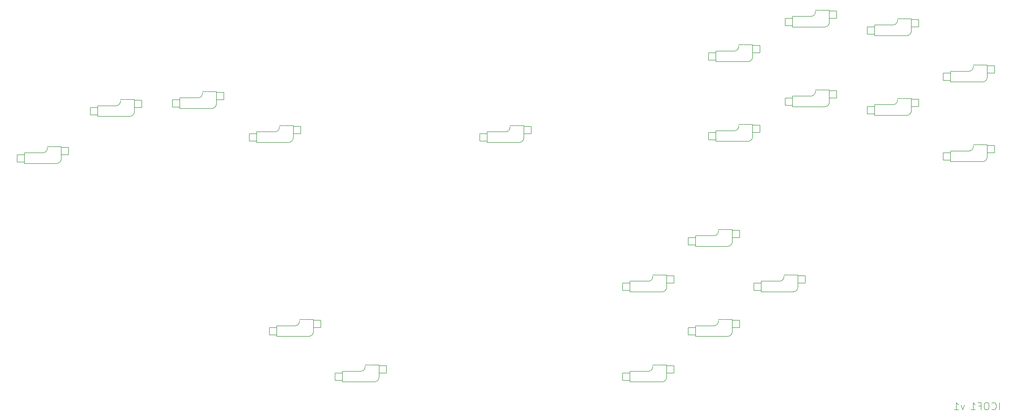
<source format=gbr>
%TF.GenerationSoftware,KiCad,Pcbnew,(7.0.0)*%
%TF.CreationDate,2023-03-03T23:44:03-05:00*%
%TF.ProjectId,ICOF1,49434f46-312e-46b6-9963-61645f706362,rev?*%
%TF.SameCoordinates,Original*%
%TF.FileFunction,Legend,Bot*%
%TF.FilePolarity,Positive*%
%FSLAX46Y46*%
G04 Gerber Fmt 4.6, Leading zero omitted, Abs format (unit mm)*
G04 Created by KiCad (PCBNEW (7.0.0)) date 2023-03-03 23:44:03*
%MOMM*%
%LPD*%
G01*
G04 APERTURE LIST*
G04 Aperture macros list*
%AMRoundRect*
0 Rectangle with rounded corners*
0 $1 Rounding radius*
0 $2 $3 $4 $5 $6 $7 $8 $9 X,Y pos of 4 corners*
0 Add a 4 corners polygon primitive as box body*
4,1,4,$2,$3,$4,$5,$6,$7,$8,$9,$2,$3,0*
0 Add four circle primitives for the rounded corners*
1,1,$1+$1,$2,$3*
1,1,$1+$1,$4,$5*
1,1,$1+$1,$6,$7*
1,1,$1+$1,$8,$9*
0 Add four rect primitives between the rounded corners*
20,1,$1+$1,$2,$3,$4,$5,0*
20,1,$1+$1,$4,$5,$6,$7,0*
20,1,$1+$1,$6,$7,$8,$9,0*
20,1,$1+$1,$8,$9,$2,$3,0*%
%AMFreePoly0*
4,1,17,0.425901,0.806901,0.806901,0.425901,0.825500,0.381000,0.825500,-0.381000,0.806901,-0.425901,0.425901,-0.806901,0.381000,-0.825500,-0.381000,-0.825500,-0.425901,-0.806901,-0.806901,-0.425901,-0.825500,-0.381000,-0.825500,0.381000,-0.806901,0.425901,-0.425901,0.806901,-0.381000,0.825500,0.381000,0.825500,0.425901,0.806901,0.425901,0.806901,$1*%
G04 Aperture macros list end*
%ADD10C,0.142240*%
%ADD11C,0.127000*%
%ADD12RoundRect,0.063500X1.275000X1.250000X-1.275000X1.250000X-1.275000X-1.250000X1.275000X-1.250000X0*%
%ADD13C,2.374900*%
%ADD14C,1.701800*%
%ADD15C,3.000000*%
%ADD16C,3.987800*%
%ADD17FreePoly0,0.000000*%
%ADD18C,9.000000*%
%ADD19C,8.000000*%
%ADD20C,8.500000*%
%ADD21O,0.800000X1.400000*%
%ADD22C,0.650000*%
G04 APERTURE END LIST*
D10*
X383784761Y-177930952D02*
X383784761Y-175430952D01*
X381165714Y-177692857D02*
X381284762Y-177811904D01*
X381284762Y-177811904D02*
X381641904Y-177930952D01*
X381641904Y-177930952D02*
X381880000Y-177930952D01*
X381880000Y-177930952D02*
X382237143Y-177811904D01*
X382237143Y-177811904D02*
X382475238Y-177573809D01*
X382475238Y-177573809D02*
X382594285Y-177335714D01*
X382594285Y-177335714D02*
X382713333Y-176859523D01*
X382713333Y-176859523D02*
X382713333Y-176502380D01*
X382713333Y-176502380D02*
X382594285Y-176026190D01*
X382594285Y-176026190D02*
X382475238Y-175788095D01*
X382475238Y-175788095D02*
X382237143Y-175550000D01*
X382237143Y-175550000D02*
X381880000Y-175430952D01*
X381880000Y-175430952D02*
X381641904Y-175430952D01*
X381641904Y-175430952D02*
X381284762Y-175550000D01*
X381284762Y-175550000D02*
X381165714Y-175669047D01*
X379618095Y-175430952D02*
X379141904Y-175430952D01*
X379141904Y-175430952D02*
X378903809Y-175550000D01*
X378903809Y-175550000D02*
X378665714Y-175788095D01*
X378665714Y-175788095D02*
X378546666Y-176264285D01*
X378546666Y-176264285D02*
X378546666Y-177097619D01*
X378546666Y-177097619D02*
X378665714Y-177573809D01*
X378665714Y-177573809D02*
X378903809Y-177811904D01*
X378903809Y-177811904D02*
X379141904Y-177930952D01*
X379141904Y-177930952D02*
X379618095Y-177930952D01*
X379618095Y-177930952D02*
X379856190Y-177811904D01*
X379856190Y-177811904D02*
X380094285Y-177573809D01*
X380094285Y-177573809D02*
X380213333Y-177097619D01*
X380213333Y-177097619D02*
X380213333Y-176264285D01*
X380213333Y-176264285D02*
X380094285Y-175788095D01*
X380094285Y-175788095D02*
X379856190Y-175550000D01*
X379856190Y-175550000D02*
X379618095Y-175430952D01*
X376641904Y-176621428D02*
X377475237Y-176621428D01*
X377475237Y-177930952D02*
X377475237Y-175430952D01*
X377475237Y-175430952D02*
X376284761Y-175430952D01*
X374022857Y-177930952D02*
X375451428Y-177930952D01*
X374737142Y-177930952D02*
X374737142Y-175430952D01*
X374737142Y-175430952D02*
X374975238Y-175788095D01*
X374975238Y-175788095D02*
X375213333Y-176026190D01*
X375213333Y-176026190D02*
X375451428Y-176145238D01*
X371689524Y-176264285D02*
X371094286Y-177930952D01*
X371094286Y-177930952D02*
X370499047Y-176264285D01*
X368237143Y-177930952D02*
X369665714Y-177930952D01*
X368951428Y-177930952D02*
X368951428Y-175430952D01*
X368951428Y-175430952D02*
X369189524Y-175788095D01*
X369189524Y-175788095D02*
X369427619Y-176026190D01*
X369427619Y-176026190D02*
X369665714Y-176145238D01*
D11*
%TO.C,U$15*%
X347133099Y-72282601D02*
G75*
G03*
X348530100Y-70504600I-190499J1587500D01*
G01*
X351832100Y-75965599D02*
G75*
G03*
X353356099Y-74060600I-190500J1714499D01*
G01*
X340656100Y-75965600D02*
X340656100Y-72282600D01*
X340656100Y-75965600D02*
X351832100Y-75965600D01*
X347133100Y-72282600D02*
X340656100Y-72282600D01*
X353356100Y-70123600D02*
X348530100Y-70123600D01*
X353356100Y-70123600D02*
X353356100Y-74060600D01*
%TO.C,U$19*%
X307902099Y-133412601D02*
G75*
G03*
X309299100Y-131634600I-190499J1587500D01*
G01*
X312601100Y-137095599D02*
G75*
G03*
X314125099Y-135190600I-190500J1714499D01*
G01*
X301425100Y-137095600D02*
X301425100Y-133412600D01*
X301425100Y-137095600D02*
X312601100Y-137095600D01*
X307902100Y-133412600D02*
X301425100Y-133412600D01*
X314125100Y-131253600D02*
X309299100Y-131253600D01*
X314125100Y-131253600D02*
X314125100Y-135190600D01*
%TO.C,SW8*%
X106894099Y-69913601D02*
G75*
G03*
X108291100Y-68135600I-190499J1587500D01*
G01*
X111593100Y-73596599D02*
G75*
G03*
X113117099Y-71691600I-190500J1714499D01*
G01*
X100417100Y-73596600D02*
X100417100Y-69913600D01*
X100417100Y-73596600D02*
X111593100Y-73596600D01*
X106894100Y-69913600D02*
X100417100Y-69913600D01*
X113117100Y-67754600D02*
X108291100Y-67754600D01*
X113117100Y-67754600D02*
X113117100Y-71691600D01*
%TO.C,U$14*%
X318778099Y-69307601D02*
G75*
G03*
X320175100Y-67529600I-190499J1587500D01*
G01*
X323477100Y-72990599D02*
G75*
G03*
X325001099Y-71085600I-190500J1714499D01*
G01*
X312301100Y-72990600D02*
X312301100Y-69307600D01*
X312301100Y-72990600D02*
X323477100Y-72990600D01*
X318778100Y-69307600D02*
X312301100Y-69307600D01*
X325001100Y-67148600D02*
X320175100Y-67148600D01*
X325001100Y-67148600D02*
X325001100Y-71085600D01*
%TO.C,U$16*%
X373356099Y-88318601D02*
G75*
G03*
X374753100Y-86540600I-190499J1587500D01*
G01*
X378055100Y-92001599D02*
G75*
G03*
X379579099Y-90096600I-190500J1714499D01*
G01*
X366879100Y-92001600D02*
X366879100Y-88318600D01*
X366879100Y-92001600D02*
X378055100Y-92001600D01*
X373356100Y-88318600D02*
X366879100Y-88318600D01*
X379579100Y-86159600D02*
X374753100Y-86159600D01*
X379579100Y-86159600D02*
X379579100Y-90096600D01*
%TO.C,U$8*%
X213198099Y-81676601D02*
G75*
G03*
X214595100Y-79898600I-190499J1587500D01*
G01*
X217897100Y-85359599D02*
G75*
G03*
X219421099Y-83454600I-190500J1714499D01*
G01*
X206721100Y-85359600D02*
X206721100Y-81676600D01*
X206721100Y-85359600D02*
X217897100Y-85359600D01*
X213198100Y-81676600D02*
X206721100Y-81676600D01*
X219421100Y-79517600D02*
X214595100Y-79517600D01*
X219421100Y-79517600D02*
X219421100Y-83454600D01*
%TO.C,U$17*%
X285245099Y-117642601D02*
G75*
G03*
X286642100Y-115864600I-190499J1587500D01*
G01*
X289944100Y-121325599D02*
G75*
G03*
X291468099Y-119420600I-190500J1714499D01*
G01*
X278768100Y-121325600D02*
X278768100Y-117642600D01*
X278768100Y-121325600D02*
X289944100Y-121325600D01*
X285245100Y-117642600D02*
X278768100Y-117642600D01*
X291468100Y-115483600D02*
X286642100Y-115483600D01*
X291468100Y-115483600D02*
X291468100Y-119420600D01*
%TO.C,U$12*%
X373356099Y-60708601D02*
G75*
G03*
X374753100Y-58930600I-190499J1587500D01*
G01*
X378055100Y-64391599D02*
G75*
G03*
X379579099Y-62486600I-190500J1714499D01*
G01*
X366879100Y-64391600D02*
X366879100Y-60708600D01*
X366879100Y-64391600D02*
X378055100Y-64391600D01*
X373356100Y-60708600D02*
X366879100Y-60708600D01*
X379579100Y-58549600D02*
X374753100Y-58549600D01*
X379579100Y-58549600D02*
X379579100Y-62486600D01*
%TO.C,U$9*%
X292260099Y-53693601D02*
G75*
G03*
X293657100Y-51915600I-190499J1587500D01*
G01*
X296959100Y-57376599D02*
G75*
G03*
X298483099Y-55471600I-190500J1714499D01*
G01*
X285783100Y-57376600D02*
X285783100Y-53693600D01*
X285783100Y-57376600D02*
X296959100Y-57376600D01*
X292260100Y-53693600D02*
X285783100Y-53693600D01*
X298483100Y-51534600D02*
X293657100Y-51534600D01*
X298483100Y-51534600D02*
X298483100Y-55471600D01*
%TO.C,U$20*%
X285245099Y-148827601D02*
G75*
G03*
X286642100Y-147049600I-190499J1587500D01*
G01*
X289944100Y-152510599D02*
G75*
G03*
X291468099Y-150605600I-190500J1714499D01*
G01*
X278768100Y-152510600D02*
X278768100Y-148827600D01*
X278768100Y-152510600D02*
X289944100Y-152510600D01*
X285245100Y-148827600D02*
X278768100Y-148827600D01*
X291468100Y-146668600D02*
X286642100Y-146668600D01*
X291468100Y-146668600D02*
X291468100Y-150605600D01*
%TO.C,U$18*%
X262558099Y-133412601D02*
G75*
G03*
X263955100Y-131634600I-190499J1587500D01*
G01*
X267257100Y-137095599D02*
G75*
G03*
X268781099Y-135190600I-190500J1714499D01*
G01*
X256081100Y-137095600D02*
X256081100Y-133412600D01*
X256081100Y-137095600D02*
X267257100Y-137095600D01*
X262558100Y-133412600D02*
X256081100Y-133412600D01*
X268781100Y-131253600D02*
X263955100Y-131253600D01*
X268781100Y-131253600D02*
X268781100Y-135190600D01*
%TO.C,U$21*%
X268781100Y-162438600D02*
X268781100Y-166375600D01*
X268781100Y-162438600D02*
X263955100Y-162438600D01*
X262558100Y-164597600D02*
X256081100Y-164597600D01*
X256081100Y-168280600D02*
X267257100Y-168280600D01*
X256081100Y-168280600D02*
X256081100Y-164597600D01*
X267257100Y-168280599D02*
G75*
G03*
X268781099Y-166375600I-190500J1714499D01*
G01*
X262558099Y-164597601D02*
G75*
G03*
X263955100Y-162819600I-190499J1587500D01*
G01*
%TO.C,SW10*%
X133466099Y-81676601D02*
G75*
G03*
X134863100Y-79898600I-190499J1587500D01*
G01*
X138165100Y-85359599D02*
G75*
G03*
X139689099Y-83454600I-190500J1714499D01*
G01*
X126989100Y-85359600D02*
X126989100Y-81676600D01*
X126989100Y-85359600D02*
X138165100Y-85359600D01*
X133466100Y-81676600D02*
X126989100Y-81676600D01*
X139689100Y-79517600D02*
X134863100Y-79517600D01*
X139689100Y-79517600D02*
X139689100Y-83454600D01*
%TO.C,U$7*%
X163113099Y-164596601D02*
G75*
G03*
X164510100Y-162818600I-190499J1587500D01*
G01*
X167812100Y-168279599D02*
G75*
G03*
X169336099Y-166374600I-190500J1714499D01*
G01*
X156636100Y-168279600D02*
X156636100Y-164596600D01*
X156636100Y-168279600D02*
X167812100Y-168279600D01*
X163113100Y-164596600D02*
X156636100Y-164596600D01*
X169336100Y-162437600D02*
X164510100Y-162437600D01*
X169336100Y-162437600D02*
X169336100Y-166374600D01*
%TO.C,U$11*%
X347133099Y-44672601D02*
G75*
G03*
X348530100Y-42894600I-190499J1587500D01*
G01*
X351832100Y-48355599D02*
G75*
G03*
X353356099Y-46450600I-190500J1714499D01*
G01*
X340656100Y-48355600D02*
X340656100Y-44672600D01*
X340656100Y-48355600D02*
X351832100Y-48355600D01*
X347133100Y-44672600D02*
X340656100Y-44672600D01*
X353356100Y-42513600D02*
X348530100Y-42513600D01*
X353356100Y-42513600D02*
X353356100Y-46450600D01*
%TO.C,U$13*%
X292260099Y-81302601D02*
G75*
G03*
X293657100Y-79524600I-190499J1587500D01*
G01*
X296959100Y-84985599D02*
G75*
G03*
X298483099Y-83080600I-190500J1714499D01*
G01*
X285783100Y-84985600D02*
X285783100Y-81302600D01*
X285783100Y-84985600D02*
X296959100Y-84985600D01*
X292260100Y-81302600D02*
X285783100Y-81302600D01*
X298483100Y-79143600D02*
X293657100Y-79143600D01*
X298483100Y-79143600D02*
X298483100Y-83080600D01*
%TO.C,SW6*%
X78538099Y-72639601D02*
G75*
G03*
X79935100Y-70861600I-190499J1587500D01*
G01*
X83237100Y-76322599D02*
G75*
G03*
X84761099Y-74417600I-190500J1714499D01*
G01*
X72061100Y-76322600D02*
X72061100Y-72639600D01*
X72061100Y-76322600D02*
X83237100Y-76322600D01*
X78538100Y-72639600D02*
X72061100Y-72639600D01*
X84761100Y-70480600D02*
X79935100Y-70480600D01*
X84761100Y-70480600D02*
X84761100Y-74417600D01*
%TO.C,SW4*%
X53258099Y-88942601D02*
G75*
G03*
X54655100Y-87164600I-190499J1587500D01*
G01*
X57957100Y-92625599D02*
G75*
G03*
X59481099Y-90720600I-190500J1714499D01*
G01*
X46781100Y-92625600D02*
X46781100Y-88942600D01*
X46781100Y-92625600D02*
X57957100Y-92625600D01*
X53258100Y-88942600D02*
X46781100Y-88942600D01*
X59481100Y-86783600D02*
X54655100Y-86783600D01*
X59481100Y-86783600D02*
X59481100Y-90720600D01*
%TO.C,U$6*%
X140425099Y-148827601D02*
G75*
G03*
X141822100Y-147049600I-190499J1587500D01*
G01*
X145124100Y-152510599D02*
G75*
G03*
X146648099Y-150605600I-190500J1714499D01*
G01*
X133948100Y-152510600D02*
X133948100Y-148827600D01*
X133948100Y-152510600D02*
X145124100Y-152510600D01*
X140425100Y-148827600D02*
X133948100Y-148827600D01*
X146648100Y-146668600D02*
X141822100Y-146668600D01*
X146648100Y-146668600D02*
X146648100Y-150605600D01*
%TO.C,U$10*%
X318778099Y-41697601D02*
G75*
G03*
X320175100Y-39919600I-190499J1587500D01*
G01*
X323477100Y-45380599D02*
G75*
G03*
X325001099Y-43475600I-190500J1714499D01*
G01*
X312301100Y-45380600D02*
X312301100Y-41697600D01*
X312301100Y-45380600D02*
X323477100Y-45380600D01*
X318778100Y-41697600D02*
X312301100Y-41697600D01*
X325001100Y-39538600D02*
X320175100Y-39538600D01*
X325001100Y-39538600D02*
X325001100Y-43475600D01*
%TD*%
%LPC*%
D12*
%TO.C,U$15*%
X339386100Y-74187600D03*
X354626100Y-71647600D03*
D13*
X348911100Y-64027600D03*
X342561100Y-66567600D03*
D14*
X341291100Y-69107600D03*
D15*
X343831100Y-74187600D03*
D16*
X346371100Y-69107600D03*
D15*
X350181100Y-71647600D03*
D14*
X351451100Y-69107600D03*
%TD*%
D12*
%TO.C,U$19*%
X300155100Y-135317600D03*
X315395100Y-132777600D03*
D13*
X309680100Y-125157600D03*
X303330100Y-127697600D03*
D14*
X302060100Y-130237600D03*
D15*
X304600100Y-135317600D03*
D16*
X307140100Y-130237600D03*
D15*
X310950100Y-132777600D03*
D14*
X312220100Y-130237600D03*
%TD*%
D12*
%TO.C,SW8*%
X99147100Y-71818600D03*
X114387100Y-69278600D03*
D13*
X108672100Y-61658600D03*
X102322100Y-64198600D03*
D14*
X101052100Y-66738600D03*
D15*
X103592100Y-71818600D03*
D16*
X106132100Y-66738600D03*
D15*
X109942100Y-69278600D03*
D14*
X111212100Y-66738600D03*
%TD*%
D17*
%TO.C,JP18*%
X275031100Y-130103600D03*
%TD*%
D18*
%TO.C,@HOLE15*%
X320031100Y-158103600D03*
%TD*%
D15*
%TO.C,@HOLE1*%
X348031100Y-144103600D03*
%TD*%
D19*
%TO.C,@HOLE6*%
X50031100Y-140103600D03*
%TD*%
D17*
%TO.C,JP13*%
X358031100Y-51103600D03*
%TD*%
D12*
%TO.C,U$14*%
X311031100Y-71212600D03*
X326271100Y-68672600D03*
D13*
X320556100Y-61052600D03*
X314206100Y-63592600D03*
D14*
X312936100Y-66132600D03*
D15*
X315476100Y-71212600D03*
D16*
X318016100Y-66132600D03*
D15*
X321826100Y-68672600D03*
D14*
X323096100Y-66132600D03*
%TD*%
D18*
%TO.C,@HOLE11*%
X238031100Y-41603600D03*
%TD*%
D19*
%TO.C,@HOLE8*%
X248031100Y-68103600D03*
%TD*%
D15*
%TO.C,@HOLE0*%
X132031100Y-163103600D03*
%TD*%
D12*
%TO.C,U$16*%
X365609100Y-90223600D03*
X380849100Y-87683600D03*
D13*
X375134100Y-80063600D03*
X368784100Y-82603600D03*
D14*
X367514100Y-85143600D03*
D15*
X370054100Y-90223600D03*
D16*
X372594100Y-85143600D03*
D15*
X376404100Y-87683600D03*
D14*
X377674100Y-85143600D03*
%TD*%
D12*
%TO.C,U$8*%
X205451100Y-83581600D03*
X220691100Y-81041600D03*
D13*
X214976100Y-73421600D03*
X208626100Y-75961600D03*
D14*
X207356100Y-78501600D03*
D15*
X209896100Y-83581600D03*
D16*
X212436100Y-78501600D03*
D15*
X216246100Y-81041600D03*
D14*
X217516100Y-78501600D03*
%TD*%
D17*
%TO.C,JP20*%
X299031100Y-147103600D03*
%TD*%
D12*
%TO.C,U$17*%
X277498100Y-119547600D03*
X292738100Y-117007600D03*
D13*
X287023100Y-109387600D03*
X280673100Y-111927600D03*
D14*
X279403100Y-114467600D03*
D15*
X281943100Y-119547600D03*
D16*
X284483100Y-114467600D03*
D15*
X288293100Y-117007600D03*
D14*
X289563100Y-114467600D03*
%TD*%
D12*
%TO.C,U$12*%
X365609100Y-62613600D03*
X380849100Y-60073600D03*
D13*
X375134100Y-52453600D03*
X368784100Y-54993600D03*
D14*
X367514100Y-57533600D03*
D15*
X370054100Y-62613600D03*
D16*
X372594100Y-57533600D03*
D15*
X376404100Y-60073600D03*
D14*
X377674100Y-57533600D03*
%TD*%
D12*
%TO.C,U$9*%
X284513100Y-55598600D03*
X299753100Y-53058600D03*
D13*
X294038100Y-45438600D03*
X287688100Y-47978600D03*
D14*
X286418100Y-50518600D03*
D15*
X288958100Y-55598600D03*
D16*
X291498100Y-50518600D03*
D15*
X295308100Y-53058600D03*
D14*
X296578100Y-50518600D03*
%TD*%
D12*
%TO.C,U$20*%
X277498100Y-150732600D03*
X292738100Y-148192600D03*
D13*
X287023100Y-140572600D03*
X280673100Y-143112600D03*
D14*
X279403100Y-145652600D03*
D15*
X281943100Y-150732600D03*
D16*
X284483100Y-145652600D03*
D15*
X288293100Y-148192600D03*
D14*
X289563100Y-145652600D03*
%TD*%
D17*
%TO.C,JP10*%
X302031100Y-84103600D03*
%TD*%
%TO.C,JP12*%
X332031100Y-36103600D03*
%TD*%
%TO.C,JP7*%
X176031100Y-158103600D03*
%TD*%
%TO.C,JP16*%
X355031100Y-80103600D03*
%TD*%
%TO.C,JP6*%
X150031100Y-155103600D03*
%TD*%
D12*
%TO.C,U$18*%
X254811100Y-135317600D03*
X270051100Y-132777600D03*
D13*
X264336100Y-125157600D03*
X257986100Y-127697600D03*
D14*
X256716100Y-130237600D03*
D15*
X259256100Y-135317600D03*
D16*
X261796100Y-130237600D03*
D15*
X265606100Y-132777600D03*
D14*
X266876100Y-130237600D03*
%TD*%
D19*
%TO.C,@HOLE4*%
X332031100Y-51103600D03*
%TD*%
D17*
%TO.C,JP19*%
X321031100Y-138103600D03*
%TD*%
D14*
%TO.C,U$21*%
X266876100Y-161422600D03*
D15*
X265606100Y-163962600D03*
D16*
X261796100Y-161422600D03*
D15*
X259256100Y-166502600D03*
D14*
X256716100Y-161422600D03*
D13*
X257986100Y-158882600D03*
X264336100Y-156342600D03*
D12*
X270051100Y-163962600D03*
X254811100Y-166502600D03*
%TD*%
D17*
%TO.C,JP2*%
X66031100Y-93103600D03*
%TD*%
D15*
%TO.C,@HOLE3*%
X246031100Y-123103600D03*
%TD*%
D19*
%TO.C,@HOLE5*%
X340031100Y-155103600D03*
%TD*%
D17*
%TO.C,JP3*%
X81031100Y-82103600D03*
%TD*%
D15*
%TO.C,@HOLE10*%
X182930000Y-56050000D03*
%TD*%
D17*
%TO.C,JP17*%
X300031100Y-122103600D03*
%TD*%
D12*
%TO.C,SW10*%
X125719100Y-83581600D03*
X140959100Y-81041600D03*
D13*
X135244100Y-73421600D03*
X128894100Y-75961600D03*
D14*
X127624100Y-78501600D03*
D15*
X130164100Y-83581600D03*
D16*
X132704100Y-78501600D03*
D15*
X136514100Y-81041600D03*
D14*
X137784100Y-78501600D03*
%TD*%
D17*
%TO.C,JP14*%
X375031100Y-69103600D03*
%TD*%
%TO.C,JP11*%
X328031100Y-76103600D03*
%TD*%
%TO.C,JP8*%
X220031100Y-91103600D03*
%TD*%
D18*
%TO.C,@HOLE12*%
X52431100Y-105303600D03*
%TD*%
D17*
%TO.C,JP15*%
X377031100Y-97103600D03*
%TD*%
D12*
%TO.C,U$7*%
X155366100Y-166501600D03*
X170606100Y-163961600D03*
D13*
X164891100Y-156341600D03*
X158541100Y-158881600D03*
D14*
X157271100Y-161421600D03*
D15*
X159811100Y-166501600D03*
D16*
X162351100Y-161421600D03*
D15*
X166161100Y-163961600D03*
D14*
X167431100Y-161421600D03*
%TD*%
D17*
%TO.C,JP5*%
X145031100Y-85103600D03*
%TD*%
D19*
%TO.C,@HOLE7*%
X129031100Y-46103600D03*
%TD*%
D12*
%TO.C,U$11*%
X339386100Y-46577600D03*
X354626100Y-44037600D03*
D13*
X348911100Y-36417600D03*
X342561100Y-38957600D03*
D14*
X341291100Y-41497600D03*
D15*
X343831100Y-46577600D03*
D16*
X346371100Y-41497600D03*
D15*
X350181100Y-44037600D03*
D14*
X351451100Y-41497600D03*
%TD*%
D12*
%TO.C,U$13*%
X284513100Y-83207600D03*
X299753100Y-80667600D03*
D13*
X294038100Y-73047600D03*
X287688100Y-75587600D03*
D14*
X286418100Y-78127600D03*
D15*
X288958100Y-83207600D03*
D16*
X291498100Y-78127600D03*
D15*
X295308100Y-80667600D03*
D14*
X296578100Y-78127600D03*
%TD*%
D15*
%TO.C,@HOLE2*%
X44031100Y-151103600D03*
%TD*%
D17*
%TO.C,JP4*%
X118031100Y-75103600D03*
%TD*%
D20*
%TO.C,@HOLE14*%
X186031100Y-127903600D03*
%TD*%
D18*
%TO.C,@HOLE13*%
X93831100Y-39803600D03*
%TD*%
D12*
%TO.C,SW6*%
X70791100Y-74544600D03*
X86031100Y-72004600D03*
D13*
X80316100Y-64384600D03*
X73966100Y-66924600D03*
D14*
X72696100Y-69464600D03*
D15*
X75236100Y-74544600D03*
D16*
X77776100Y-69464600D03*
D15*
X81586100Y-72004600D03*
D14*
X82856100Y-69464600D03*
%TD*%
D12*
%TO.C,SW4*%
X45511100Y-90847600D03*
X60751100Y-88307600D03*
D13*
X55036100Y-80687600D03*
X48686100Y-83227600D03*
D14*
X47416100Y-85767600D03*
D15*
X49956100Y-90847600D03*
D16*
X52496100Y-85767600D03*
D15*
X56306100Y-88307600D03*
D14*
X57576100Y-85767600D03*
%TD*%
D12*
%TO.C,U$6*%
X132678100Y-150732600D03*
X147918100Y-148192600D03*
D13*
X142203100Y-140572600D03*
X135853100Y-143112600D03*
D14*
X134583100Y-145652600D03*
D15*
X137123100Y-150732600D03*
D16*
X139663100Y-145652600D03*
D15*
X143473100Y-148192600D03*
D14*
X144743100Y-145652600D03*
%TD*%
D19*
%TO.C,@HOLE9*%
X200031100Y-157103600D03*
%TD*%
D17*
%TO.C,JP21*%
X247031100Y-168103600D03*
%TD*%
D12*
%TO.C,U$10*%
X311031100Y-43602600D03*
X326271100Y-41062600D03*
D13*
X320556100Y-33442600D03*
X314206100Y-35982600D03*
D14*
X312936100Y-38522600D03*
D15*
X315476100Y-43602600D03*
D16*
X318016100Y-38522600D03*
D15*
X321826100Y-41062600D03*
D14*
X323096100Y-38522600D03*
%TD*%
D21*
%TO.C,J1*%
X206233999Y-24077106D03*
X206518999Y-28467106D03*
X214778999Y-28467106D03*
X215213999Y-24077106D03*
D22*
X213524000Y-29067107D03*
X213124000Y-28367107D03*
X212324000Y-28367107D03*
X211924000Y-29067107D03*
X211524000Y-28367107D03*
X211124000Y-29067107D03*
X210324000Y-29067107D03*
X209924000Y-28367107D03*
X209524000Y-29067107D03*
X209124000Y-28367107D03*
X208324000Y-28367107D03*
X207924000Y-29067107D03*
X206974000Y-29717107D03*
X214324000Y-29717107D03*
%TD*%
D17*
%TO.C,JP9*%
X305031100Y-57103600D03*
%TD*%
M02*

</source>
